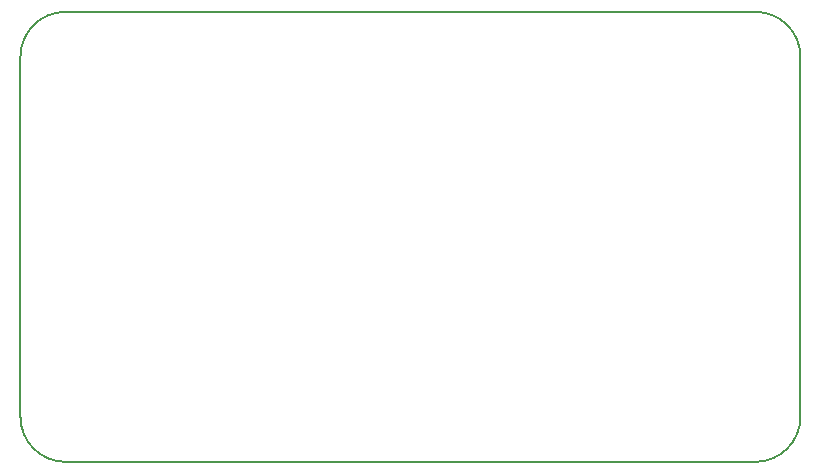
<source format=gbr>
G04 #@! TF.FileFunction,Profile,NP*
%FSLAX46Y46*%
G04 Gerber Fmt 4.6, Leading zero omitted, Abs format (unit mm)*
G04 Created by KiCad (PCBNEW 4.0.2+dfsg1-stable) date Fri 29 Jul 2016 09:24:32 AM CST*
%MOMM*%
G01*
G04 APERTURE LIST*
%ADD10C,0.100000*%
%ADD11C,0.150000*%
G04 APERTURE END LIST*
D10*
D11*
X181610000Y-134620000D02*
X173990000Y-134620000D01*
X185420000Y-130810000D02*
X185420000Y-124460000D01*
X181610000Y-134620000D02*
G75*
G03X185420000Y-130810000I0J3810000D01*
G01*
X181610000Y-96520000D02*
X173990000Y-96520000D01*
X185420000Y-100330000D02*
X185420000Y-105410000D01*
X185420000Y-100330000D02*
G75*
G03X181610000Y-96520000I-3810000J0D01*
G01*
X119380000Y-100330000D02*
X119380000Y-101600000D01*
X123190000Y-96520000D02*
X127000000Y-96520000D01*
X123190000Y-96520000D02*
G75*
G03X119380000Y-100330000I0J-3810000D01*
G01*
X119380000Y-130810000D02*
X119380000Y-129540000D01*
X125730000Y-134620000D02*
X123190000Y-134620000D01*
X119380000Y-130810000D02*
G75*
G03X123190000Y-134620000I3810000J0D01*
G01*
X132080000Y-134620000D02*
X125730000Y-134620000D01*
X132080000Y-134620000D02*
X173990000Y-134620000D01*
X185420000Y-105410000D02*
X185420000Y-124460000D01*
X142240000Y-96520000D02*
X173990000Y-96520000D01*
X142240000Y-96520000D02*
X127000000Y-96520000D01*
X119380000Y-101600000D02*
X119380000Y-129540000D01*
M02*

</source>
